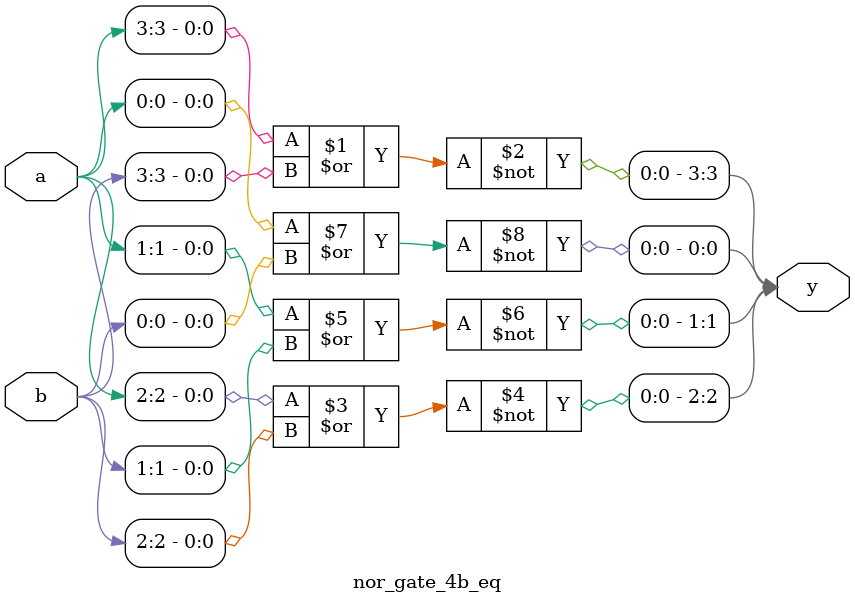
<source format=v>
module nor_gate_4b(a, b, y);
    input [3:0] a, b;
    output [3:0] y;

    nor U0 [3:0] (y, a, b); // 2-bit nor gate array
endmodule

//#2
module nor_gate_4b_eq(a, b, y);
    input [3:0] a, b;
    output [3:0] y;

    nor U3 (y[3], a[3], b[3]); 
    nor U2 (y[2], a[2], b[2]); 
    nor U1 (y[1], a[1], b[1]); 
    nor U0 (y[0], a[0], b[0]); 
endmodule
// Module #1 and #2 operate as same
</source>
